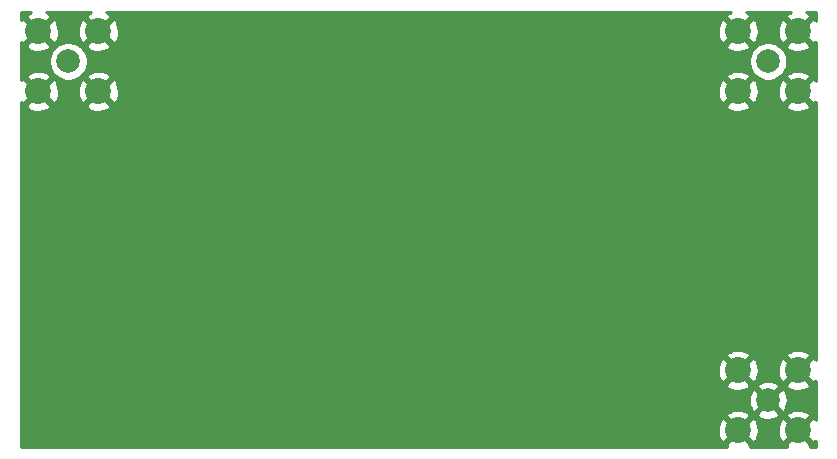
<source format=gbr>
G04 #@! TF.GenerationSoftware,KiCad,Pcbnew,(5.1.5)-3*
G04 #@! TF.CreationDate,2021-08-20T13:05:58+01:00*
G04 #@! TF.ProjectId,Circulator,43697263-756c-4617-946f-722e6b696361,rev?*
G04 #@! TF.SameCoordinates,Original*
G04 #@! TF.FileFunction,Copper,L2,Bot*
G04 #@! TF.FilePolarity,Positive*
%FSLAX46Y46*%
G04 Gerber Fmt 4.6, Leading zero omitted, Abs format (unit mm)*
G04 Created by KiCad (PCBNEW (5.1.5)-3) date 2021-08-20 13:05:58*
%MOMM*%
%LPD*%
G04 APERTURE LIST*
%ADD10C,2.000000*%
%ADD11C,2.200000*%
%ADD12C,0.800000*%
%ADD13C,0.254000*%
G04 APERTURE END LIST*
D10*
X104203500Y-72898000D03*
D11*
X106743500Y-75438000D03*
X106743500Y-70358000D03*
X101663500Y-70358000D03*
X101663500Y-75438000D03*
X160909000Y-75438000D03*
X160909000Y-70358000D03*
X165989000Y-70358000D03*
X165989000Y-75438000D03*
D10*
X163449000Y-72898000D03*
X163449000Y-101600000D03*
D11*
X165989000Y-104140000D03*
X165989000Y-99060000D03*
X160909000Y-99060000D03*
X160909000Y-104140000D03*
D12*
X123761500Y-101854000D03*
X104203500Y-104013000D03*
D13*
G36*
X100942534Y-68770664D02*
G01*
X100744226Y-68876662D01*
X100636393Y-69151288D01*
X101663500Y-70178395D01*
X102690607Y-69151288D01*
X102582774Y-68876662D01*
X102288750Y-68732000D01*
X106136093Y-68732000D01*
X106022534Y-68770664D01*
X105824226Y-68876662D01*
X105716393Y-69151288D01*
X106743500Y-70178395D01*
X107770607Y-69151288D01*
X107662774Y-68876662D01*
X107368750Y-68732000D01*
X160301593Y-68732000D01*
X160188034Y-68770664D01*
X159989726Y-68876662D01*
X159881893Y-69151288D01*
X160909000Y-70178395D01*
X161936107Y-69151288D01*
X161828274Y-68876662D01*
X161534250Y-68732000D01*
X165381593Y-68732000D01*
X165268034Y-68770664D01*
X165069726Y-68876662D01*
X164961893Y-69151288D01*
X165989000Y-70178395D01*
X167016107Y-69151288D01*
X166908274Y-68876662D01*
X166614250Y-68732000D01*
X167488000Y-68732000D01*
X167488000Y-69471769D01*
X167470338Y-69438726D01*
X167195712Y-69330893D01*
X166168605Y-70358000D01*
X167195712Y-71385107D01*
X167470338Y-71277274D01*
X167488000Y-71241376D01*
X167488000Y-74551770D01*
X167470338Y-74518726D01*
X167195712Y-74410893D01*
X166168605Y-75438000D01*
X167195712Y-76465107D01*
X167470338Y-76357274D01*
X167488000Y-76321376D01*
X167488001Y-98173771D01*
X167470338Y-98140726D01*
X167195712Y-98032893D01*
X166168605Y-99060000D01*
X167195712Y-100087107D01*
X167470338Y-99979274D01*
X167488001Y-99943374D01*
X167488001Y-103253771D01*
X167470338Y-103220726D01*
X167195712Y-103112893D01*
X166168605Y-104140000D01*
X167195712Y-105167107D01*
X167470338Y-105059274D01*
X167488001Y-105023374D01*
X167488001Y-105512000D01*
X166951206Y-105512000D01*
X167016107Y-105346712D01*
X165989000Y-104319605D01*
X164961893Y-105346712D01*
X165026794Y-105512000D01*
X161871206Y-105512000D01*
X161936107Y-105346712D01*
X160909000Y-104319605D01*
X159881893Y-105346712D01*
X159946794Y-105512000D01*
X100228000Y-105512000D01*
X100228000Y-104198639D01*
X159166591Y-104198639D01*
X159211511Y-104537439D01*
X159321664Y-104860966D01*
X159427662Y-105059274D01*
X159702288Y-105167107D01*
X160729395Y-104140000D01*
X161088605Y-104140000D01*
X162115712Y-105167107D01*
X162390338Y-105059274D01*
X162541216Y-104752616D01*
X162629369Y-104422415D01*
X162643830Y-104198639D01*
X164246591Y-104198639D01*
X164291511Y-104537439D01*
X164401664Y-104860966D01*
X164507662Y-105059274D01*
X164782288Y-105167107D01*
X165809395Y-104140000D01*
X164782288Y-103112893D01*
X164507662Y-103220726D01*
X164356784Y-103527384D01*
X164268631Y-103857585D01*
X164246591Y-104198639D01*
X162643830Y-104198639D01*
X162651409Y-104081361D01*
X162606489Y-103742561D01*
X162496336Y-103419034D01*
X162390338Y-103220726D01*
X162115712Y-103112893D01*
X161088605Y-104140000D01*
X160729395Y-104140000D01*
X159702288Y-103112893D01*
X159427662Y-103220726D01*
X159276784Y-103527384D01*
X159188631Y-103857585D01*
X159166591Y-104198639D01*
X100228000Y-104198639D01*
X100228000Y-102933288D01*
X159881893Y-102933288D01*
X160909000Y-103960395D01*
X161936107Y-102933288D01*
X161858411Y-102735413D01*
X162493192Y-102735413D01*
X162588956Y-102999814D01*
X162878571Y-103140704D01*
X163190108Y-103222384D01*
X163511595Y-103241718D01*
X163830675Y-103197961D01*
X164135088Y-103092795D01*
X164309044Y-102999814D01*
X164333139Y-102933288D01*
X164961893Y-102933288D01*
X165989000Y-103960395D01*
X167016107Y-102933288D01*
X166908274Y-102658662D01*
X166601616Y-102507784D01*
X166271415Y-102419631D01*
X165930361Y-102397591D01*
X165591561Y-102442511D01*
X165268034Y-102552664D01*
X165069726Y-102658662D01*
X164961893Y-102933288D01*
X164333139Y-102933288D01*
X164404808Y-102735413D01*
X163449000Y-101779605D01*
X162493192Y-102735413D01*
X161858411Y-102735413D01*
X161828274Y-102658662D01*
X161521616Y-102507784D01*
X161191415Y-102419631D01*
X160850361Y-102397591D01*
X160511561Y-102442511D01*
X160188034Y-102552664D01*
X159989726Y-102658662D01*
X159881893Y-102933288D01*
X100228000Y-102933288D01*
X100228000Y-101662595D01*
X161807282Y-101662595D01*
X161851039Y-101981675D01*
X161956205Y-102286088D01*
X162049186Y-102460044D01*
X162313587Y-102555808D01*
X163269395Y-101600000D01*
X163628605Y-101600000D01*
X164584413Y-102555808D01*
X164848814Y-102460044D01*
X164989704Y-102170429D01*
X165071384Y-101858892D01*
X165090718Y-101537405D01*
X165046961Y-101218325D01*
X164941795Y-100913912D01*
X164848814Y-100739956D01*
X164584413Y-100644192D01*
X163628605Y-101600000D01*
X163269395Y-101600000D01*
X162313587Y-100644192D01*
X162049186Y-100739956D01*
X161908296Y-101029571D01*
X161826616Y-101341108D01*
X161807282Y-101662595D01*
X100228000Y-101662595D01*
X100228000Y-100266712D01*
X159881893Y-100266712D01*
X159989726Y-100541338D01*
X160296384Y-100692216D01*
X160626585Y-100780369D01*
X160967639Y-100802409D01*
X161306439Y-100757489D01*
X161629966Y-100647336D01*
X161828274Y-100541338D01*
X161858410Y-100464587D01*
X162493192Y-100464587D01*
X163449000Y-101420395D01*
X164404808Y-100464587D01*
X164333140Y-100266712D01*
X164961893Y-100266712D01*
X165069726Y-100541338D01*
X165376384Y-100692216D01*
X165706585Y-100780369D01*
X166047639Y-100802409D01*
X166386439Y-100757489D01*
X166709966Y-100647336D01*
X166908274Y-100541338D01*
X167016107Y-100266712D01*
X165989000Y-99239605D01*
X164961893Y-100266712D01*
X164333140Y-100266712D01*
X164309044Y-100200186D01*
X164019429Y-100059296D01*
X163707892Y-99977616D01*
X163386405Y-99958282D01*
X163067325Y-100002039D01*
X162762912Y-100107205D01*
X162588956Y-100200186D01*
X162493192Y-100464587D01*
X161858410Y-100464587D01*
X161936107Y-100266712D01*
X160909000Y-99239605D01*
X159881893Y-100266712D01*
X100228000Y-100266712D01*
X100228000Y-99118639D01*
X159166591Y-99118639D01*
X159211511Y-99457439D01*
X159321664Y-99780966D01*
X159427662Y-99979274D01*
X159702288Y-100087107D01*
X160729395Y-99060000D01*
X161088605Y-99060000D01*
X162115712Y-100087107D01*
X162390338Y-99979274D01*
X162541216Y-99672616D01*
X162629369Y-99342415D01*
X162643830Y-99118639D01*
X164246591Y-99118639D01*
X164291511Y-99457439D01*
X164401664Y-99780966D01*
X164507662Y-99979274D01*
X164782288Y-100087107D01*
X165809395Y-99060000D01*
X164782288Y-98032893D01*
X164507662Y-98140726D01*
X164356784Y-98447384D01*
X164268631Y-98777585D01*
X164246591Y-99118639D01*
X162643830Y-99118639D01*
X162651409Y-99001361D01*
X162606489Y-98662561D01*
X162496336Y-98339034D01*
X162390338Y-98140726D01*
X162115712Y-98032893D01*
X161088605Y-99060000D01*
X160729395Y-99060000D01*
X159702288Y-98032893D01*
X159427662Y-98140726D01*
X159276784Y-98447384D01*
X159188631Y-98777585D01*
X159166591Y-99118639D01*
X100228000Y-99118639D01*
X100228000Y-97853288D01*
X159881893Y-97853288D01*
X160909000Y-98880395D01*
X161936107Y-97853288D01*
X164961893Y-97853288D01*
X165989000Y-98880395D01*
X167016107Y-97853288D01*
X166908274Y-97578662D01*
X166601616Y-97427784D01*
X166271415Y-97339631D01*
X165930361Y-97317591D01*
X165591561Y-97362511D01*
X165268034Y-97472664D01*
X165069726Y-97578662D01*
X164961893Y-97853288D01*
X161936107Y-97853288D01*
X161828274Y-97578662D01*
X161521616Y-97427784D01*
X161191415Y-97339631D01*
X160850361Y-97317591D01*
X160511561Y-97362511D01*
X160188034Y-97472664D01*
X159989726Y-97578662D01*
X159881893Y-97853288D01*
X100228000Y-97853288D01*
X100228000Y-76644712D01*
X100636393Y-76644712D01*
X100744226Y-76919338D01*
X101050884Y-77070216D01*
X101381085Y-77158369D01*
X101722139Y-77180409D01*
X102060939Y-77135489D01*
X102384466Y-77025336D01*
X102582774Y-76919338D01*
X102690607Y-76644712D01*
X105716393Y-76644712D01*
X105824226Y-76919338D01*
X106130884Y-77070216D01*
X106461085Y-77158369D01*
X106802139Y-77180409D01*
X107140939Y-77135489D01*
X107464466Y-77025336D01*
X107662774Y-76919338D01*
X107770607Y-76644712D01*
X159881893Y-76644712D01*
X159989726Y-76919338D01*
X160296384Y-77070216D01*
X160626585Y-77158369D01*
X160967639Y-77180409D01*
X161306439Y-77135489D01*
X161629966Y-77025336D01*
X161828274Y-76919338D01*
X161936107Y-76644712D01*
X164961893Y-76644712D01*
X165069726Y-76919338D01*
X165376384Y-77070216D01*
X165706585Y-77158369D01*
X166047639Y-77180409D01*
X166386439Y-77135489D01*
X166709966Y-77025336D01*
X166908274Y-76919338D01*
X167016107Y-76644712D01*
X165989000Y-75617605D01*
X164961893Y-76644712D01*
X161936107Y-76644712D01*
X160909000Y-75617605D01*
X159881893Y-76644712D01*
X107770607Y-76644712D01*
X106743500Y-75617605D01*
X105716393Y-76644712D01*
X102690607Y-76644712D01*
X101663500Y-75617605D01*
X100636393Y-76644712D01*
X100228000Y-76644712D01*
X100228000Y-76375272D01*
X100456788Y-76465107D01*
X101483895Y-75438000D01*
X101843105Y-75438000D01*
X102870212Y-76465107D01*
X103144838Y-76357274D01*
X103295716Y-76050616D01*
X103383869Y-75720415D01*
X103398330Y-75496639D01*
X105001091Y-75496639D01*
X105046011Y-75835439D01*
X105156164Y-76158966D01*
X105262162Y-76357274D01*
X105536788Y-76465107D01*
X106563895Y-75438000D01*
X106923105Y-75438000D01*
X107950212Y-76465107D01*
X108224838Y-76357274D01*
X108375716Y-76050616D01*
X108463869Y-75720415D01*
X108478330Y-75496639D01*
X159166591Y-75496639D01*
X159211511Y-75835439D01*
X159321664Y-76158966D01*
X159427662Y-76357274D01*
X159702288Y-76465107D01*
X160729395Y-75438000D01*
X161088605Y-75438000D01*
X162115712Y-76465107D01*
X162390338Y-76357274D01*
X162541216Y-76050616D01*
X162629369Y-75720415D01*
X162643830Y-75496639D01*
X164246591Y-75496639D01*
X164291511Y-75835439D01*
X164401664Y-76158966D01*
X164507662Y-76357274D01*
X164782288Y-76465107D01*
X165809395Y-75438000D01*
X164782288Y-74410893D01*
X164507662Y-74518726D01*
X164356784Y-74825384D01*
X164268631Y-75155585D01*
X164246591Y-75496639D01*
X162643830Y-75496639D01*
X162651409Y-75379361D01*
X162606489Y-75040561D01*
X162496336Y-74717034D01*
X162390338Y-74518726D01*
X162115712Y-74410893D01*
X161088605Y-75438000D01*
X160729395Y-75438000D01*
X159702288Y-74410893D01*
X159427662Y-74518726D01*
X159276784Y-74825384D01*
X159188631Y-75155585D01*
X159166591Y-75496639D01*
X108478330Y-75496639D01*
X108485909Y-75379361D01*
X108440989Y-75040561D01*
X108330836Y-74717034D01*
X108224838Y-74518726D01*
X107950212Y-74410893D01*
X106923105Y-75438000D01*
X106563895Y-75438000D01*
X105536788Y-74410893D01*
X105262162Y-74518726D01*
X105111284Y-74825384D01*
X105023131Y-75155585D01*
X105001091Y-75496639D01*
X103398330Y-75496639D01*
X103405909Y-75379361D01*
X103360989Y-75040561D01*
X103250836Y-74717034D01*
X103144838Y-74518726D01*
X102870212Y-74410893D01*
X101843105Y-75438000D01*
X101483895Y-75438000D01*
X100456788Y-74410893D01*
X100228000Y-74500728D01*
X100228000Y-74231288D01*
X100636393Y-74231288D01*
X101663500Y-75258395D01*
X102690607Y-74231288D01*
X102582774Y-73956662D01*
X102276116Y-73805784D01*
X101945915Y-73717631D01*
X101604861Y-73695591D01*
X101266061Y-73740511D01*
X100942534Y-73850664D01*
X100744226Y-73956662D01*
X100636393Y-74231288D01*
X100228000Y-74231288D01*
X100228000Y-72736967D01*
X102568500Y-72736967D01*
X102568500Y-73059033D01*
X102631332Y-73374912D01*
X102754582Y-73672463D01*
X102933513Y-73940252D01*
X103161248Y-74167987D01*
X103429037Y-74346918D01*
X103726588Y-74470168D01*
X104042467Y-74533000D01*
X104364533Y-74533000D01*
X104680412Y-74470168D01*
X104977963Y-74346918D01*
X105151015Y-74231288D01*
X105716393Y-74231288D01*
X106743500Y-75258395D01*
X107770607Y-74231288D01*
X159881893Y-74231288D01*
X160909000Y-75258395D01*
X161936107Y-74231288D01*
X161828274Y-73956662D01*
X161521616Y-73805784D01*
X161191415Y-73717631D01*
X160850361Y-73695591D01*
X160511561Y-73740511D01*
X160188034Y-73850664D01*
X159989726Y-73956662D01*
X159881893Y-74231288D01*
X107770607Y-74231288D01*
X107662774Y-73956662D01*
X107356116Y-73805784D01*
X107025915Y-73717631D01*
X106684861Y-73695591D01*
X106346061Y-73740511D01*
X106022534Y-73850664D01*
X105824226Y-73956662D01*
X105716393Y-74231288D01*
X105151015Y-74231288D01*
X105245752Y-74167987D01*
X105473487Y-73940252D01*
X105652418Y-73672463D01*
X105775668Y-73374912D01*
X105838500Y-73059033D01*
X105838500Y-72736967D01*
X161814000Y-72736967D01*
X161814000Y-73059033D01*
X161876832Y-73374912D01*
X162000082Y-73672463D01*
X162179013Y-73940252D01*
X162406748Y-74167987D01*
X162674537Y-74346918D01*
X162972088Y-74470168D01*
X163287967Y-74533000D01*
X163610033Y-74533000D01*
X163925912Y-74470168D01*
X164223463Y-74346918D01*
X164396515Y-74231288D01*
X164961893Y-74231288D01*
X165989000Y-75258395D01*
X167016107Y-74231288D01*
X166908274Y-73956662D01*
X166601616Y-73805784D01*
X166271415Y-73717631D01*
X165930361Y-73695591D01*
X165591561Y-73740511D01*
X165268034Y-73850664D01*
X165069726Y-73956662D01*
X164961893Y-74231288D01*
X164396515Y-74231288D01*
X164491252Y-74167987D01*
X164718987Y-73940252D01*
X164897918Y-73672463D01*
X165021168Y-73374912D01*
X165084000Y-73059033D01*
X165084000Y-72736967D01*
X165021168Y-72421088D01*
X164897918Y-72123537D01*
X164718987Y-71855748D01*
X164491252Y-71628013D01*
X164396516Y-71564712D01*
X164961893Y-71564712D01*
X165069726Y-71839338D01*
X165376384Y-71990216D01*
X165706585Y-72078369D01*
X166047639Y-72100409D01*
X166386439Y-72055489D01*
X166709966Y-71945336D01*
X166908274Y-71839338D01*
X167016107Y-71564712D01*
X165989000Y-70537605D01*
X164961893Y-71564712D01*
X164396516Y-71564712D01*
X164223463Y-71449082D01*
X163925912Y-71325832D01*
X163610033Y-71263000D01*
X163287967Y-71263000D01*
X162972088Y-71325832D01*
X162674537Y-71449082D01*
X162406748Y-71628013D01*
X162179013Y-71855748D01*
X162000082Y-72123537D01*
X161876832Y-72421088D01*
X161814000Y-72736967D01*
X105838500Y-72736967D01*
X105775668Y-72421088D01*
X105652418Y-72123537D01*
X105473487Y-71855748D01*
X105245752Y-71628013D01*
X105151016Y-71564712D01*
X105716393Y-71564712D01*
X105824226Y-71839338D01*
X106130884Y-71990216D01*
X106461085Y-72078369D01*
X106802139Y-72100409D01*
X107140939Y-72055489D01*
X107464466Y-71945336D01*
X107662774Y-71839338D01*
X107770607Y-71564712D01*
X159881893Y-71564712D01*
X159989726Y-71839338D01*
X160296384Y-71990216D01*
X160626585Y-72078369D01*
X160967639Y-72100409D01*
X161306439Y-72055489D01*
X161629966Y-71945336D01*
X161828274Y-71839338D01*
X161936107Y-71564712D01*
X160909000Y-70537605D01*
X159881893Y-71564712D01*
X107770607Y-71564712D01*
X106743500Y-70537605D01*
X105716393Y-71564712D01*
X105151016Y-71564712D01*
X104977963Y-71449082D01*
X104680412Y-71325832D01*
X104364533Y-71263000D01*
X104042467Y-71263000D01*
X103726588Y-71325832D01*
X103429037Y-71449082D01*
X103161248Y-71628013D01*
X102933513Y-71855748D01*
X102754582Y-72123537D01*
X102631332Y-72421088D01*
X102568500Y-72736967D01*
X100228000Y-72736967D01*
X100228000Y-71564712D01*
X100636393Y-71564712D01*
X100744226Y-71839338D01*
X101050884Y-71990216D01*
X101381085Y-72078369D01*
X101722139Y-72100409D01*
X102060939Y-72055489D01*
X102384466Y-71945336D01*
X102582774Y-71839338D01*
X102690607Y-71564712D01*
X101663500Y-70537605D01*
X100636393Y-71564712D01*
X100228000Y-71564712D01*
X100228000Y-71295272D01*
X100456788Y-71385107D01*
X101483895Y-70358000D01*
X101843105Y-70358000D01*
X102870212Y-71385107D01*
X103144838Y-71277274D01*
X103295716Y-70970616D01*
X103383869Y-70640415D01*
X103398330Y-70416639D01*
X105001091Y-70416639D01*
X105046011Y-70755439D01*
X105156164Y-71078966D01*
X105262162Y-71277274D01*
X105536788Y-71385107D01*
X106563895Y-70358000D01*
X106923105Y-70358000D01*
X107950212Y-71385107D01*
X108224838Y-71277274D01*
X108375716Y-70970616D01*
X108463869Y-70640415D01*
X108478330Y-70416639D01*
X159166591Y-70416639D01*
X159211511Y-70755439D01*
X159321664Y-71078966D01*
X159427662Y-71277274D01*
X159702288Y-71385107D01*
X160729395Y-70358000D01*
X161088605Y-70358000D01*
X162115712Y-71385107D01*
X162390338Y-71277274D01*
X162541216Y-70970616D01*
X162629369Y-70640415D01*
X162643830Y-70416639D01*
X164246591Y-70416639D01*
X164291511Y-70755439D01*
X164401664Y-71078966D01*
X164507662Y-71277274D01*
X164782288Y-71385107D01*
X165809395Y-70358000D01*
X164782288Y-69330893D01*
X164507662Y-69438726D01*
X164356784Y-69745384D01*
X164268631Y-70075585D01*
X164246591Y-70416639D01*
X162643830Y-70416639D01*
X162651409Y-70299361D01*
X162606489Y-69960561D01*
X162496336Y-69637034D01*
X162390338Y-69438726D01*
X162115712Y-69330893D01*
X161088605Y-70358000D01*
X160729395Y-70358000D01*
X159702288Y-69330893D01*
X159427662Y-69438726D01*
X159276784Y-69745384D01*
X159188631Y-70075585D01*
X159166591Y-70416639D01*
X108478330Y-70416639D01*
X108485909Y-70299361D01*
X108440989Y-69960561D01*
X108330836Y-69637034D01*
X108224838Y-69438726D01*
X107950212Y-69330893D01*
X106923105Y-70358000D01*
X106563895Y-70358000D01*
X105536788Y-69330893D01*
X105262162Y-69438726D01*
X105111284Y-69745384D01*
X105023131Y-70075585D01*
X105001091Y-70416639D01*
X103398330Y-70416639D01*
X103405909Y-70299361D01*
X103360989Y-69960561D01*
X103250836Y-69637034D01*
X103144838Y-69438726D01*
X102870212Y-69330893D01*
X101843105Y-70358000D01*
X101483895Y-70358000D01*
X100456788Y-69330893D01*
X100228000Y-69420728D01*
X100228000Y-68732000D01*
X101056093Y-68732000D01*
X100942534Y-68770664D01*
G37*
X100942534Y-68770664D02*
X100744226Y-68876662D01*
X100636393Y-69151288D01*
X101663500Y-70178395D01*
X102690607Y-69151288D01*
X102582774Y-68876662D01*
X102288750Y-68732000D01*
X106136093Y-68732000D01*
X106022534Y-68770664D01*
X105824226Y-68876662D01*
X105716393Y-69151288D01*
X106743500Y-70178395D01*
X107770607Y-69151288D01*
X107662774Y-68876662D01*
X107368750Y-68732000D01*
X160301593Y-68732000D01*
X160188034Y-68770664D01*
X159989726Y-68876662D01*
X159881893Y-69151288D01*
X160909000Y-70178395D01*
X161936107Y-69151288D01*
X161828274Y-68876662D01*
X161534250Y-68732000D01*
X165381593Y-68732000D01*
X165268034Y-68770664D01*
X165069726Y-68876662D01*
X164961893Y-69151288D01*
X165989000Y-70178395D01*
X167016107Y-69151288D01*
X166908274Y-68876662D01*
X166614250Y-68732000D01*
X167488000Y-68732000D01*
X167488000Y-69471769D01*
X167470338Y-69438726D01*
X167195712Y-69330893D01*
X166168605Y-70358000D01*
X167195712Y-71385107D01*
X167470338Y-71277274D01*
X167488000Y-71241376D01*
X167488000Y-74551770D01*
X167470338Y-74518726D01*
X167195712Y-74410893D01*
X166168605Y-75438000D01*
X167195712Y-76465107D01*
X167470338Y-76357274D01*
X167488000Y-76321376D01*
X167488001Y-98173771D01*
X167470338Y-98140726D01*
X167195712Y-98032893D01*
X166168605Y-99060000D01*
X167195712Y-100087107D01*
X167470338Y-99979274D01*
X167488001Y-99943374D01*
X167488001Y-103253771D01*
X167470338Y-103220726D01*
X167195712Y-103112893D01*
X166168605Y-104140000D01*
X167195712Y-105167107D01*
X167470338Y-105059274D01*
X167488001Y-105023374D01*
X167488001Y-105512000D01*
X166951206Y-105512000D01*
X167016107Y-105346712D01*
X165989000Y-104319605D01*
X164961893Y-105346712D01*
X165026794Y-105512000D01*
X161871206Y-105512000D01*
X161936107Y-105346712D01*
X160909000Y-104319605D01*
X159881893Y-105346712D01*
X159946794Y-105512000D01*
X100228000Y-105512000D01*
X100228000Y-104198639D01*
X159166591Y-104198639D01*
X159211511Y-104537439D01*
X159321664Y-104860966D01*
X159427662Y-105059274D01*
X159702288Y-105167107D01*
X160729395Y-104140000D01*
X161088605Y-104140000D01*
X162115712Y-105167107D01*
X162390338Y-105059274D01*
X162541216Y-104752616D01*
X162629369Y-104422415D01*
X162643830Y-104198639D01*
X164246591Y-104198639D01*
X164291511Y-104537439D01*
X164401664Y-104860966D01*
X164507662Y-105059274D01*
X164782288Y-105167107D01*
X165809395Y-104140000D01*
X164782288Y-103112893D01*
X164507662Y-103220726D01*
X164356784Y-103527384D01*
X164268631Y-103857585D01*
X164246591Y-104198639D01*
X162643830Y-104198639D01*
X162651409Y-104081361D01*
X162606489Y-103742561D01*
X162496336Y-103419034D01*
X162390338Y-103220726D01*
X162115712Y-103112893D01*
X161088605Y-104140000D01*
X160729395Y-104140000D01*
X159702288Y-103112893D01*
X159427662Y-103220726D01*
X159276784Y-103527384D01*
X159188631Y-103857585D01*
X159166591Y-104198639D01*
X100228000Y-104198639D01*
X100228000Y-102933288D01*
X159881893Y-102933288D01*
X160909000Y-103960395D01*
X161936107Y-102933288D01*
X161858411Y-102735413D01*
X162493192Y-102735413D01*
X162588956Y-102999814D01*
X162878571Y-103140704D01*
X163190108Y-103222384D01*
X163511595Y-103241718D01*
X163830675Y-103197961D01*
X164135088Y-103092795D01*
X164309044Y-102999814D01*
X164333139Y-102933288D01*
X164961893Y-102933288D01*
X165989000Y-103960395D01*
X167016107Y-102933288D01*
X166908274Y-102658662D01*
X166601616Y-102507784D01*
X166271415Y-102419631D01*
X165930361Y-102397591D01*
X165591561Y-102442511D01*
X165268034Y-102552664D01*
X165069726Y-102658662D01*
X164961893Y-102933288D01*
X164333139Y-102933288D01*
X164404808Y-102735413D01*
X163449000Y-101779605D01*
X162493192Y-102735413D01*
X161858411Y-102735413D01*
X161828274Y-102658662D01*
X161521616Y-102507784D01*
X161191415Y-102419631D01*
X160850361Y-102397591D01*
X160511561Y-102442511D01*
X160188034Y-102552664D01*
X159989726Y-102658662D01*
X159881893Y-102933288D01*
X100228000Y-102933288D01*
X100228000Y-101662595D01*
X161807282Y-101662595D01*
X161851039Y-101981675D01*
X161956205Y-102286088D01*
X162049186Y-102460044D01*
X162313587Y-102555808D01*
X163269395Y-101600000D01*
X163628605Y-101600000D01*
X164584413Y-102555808D01*
X164848814Y-102460044D01*
X164989704Y-102170429D01*
X165071384Y-101858892D01*
X165090718Y-101537405D01*
X165046961Y-101218325D01*
X164941795Y-100913912D01*
X164848814Y-100739956D01*
X164584413Y-100644192D01*
X163628605Y-101600000D01*
X163269395Y-101600000D01*
X162313587Y-100644192D01*
X162049186Y-100739956D01*
X161908296Y-101029571D01*
X161826616Y-101341108D01*
X161807282Y-101662595D01*
X100228000Y-101662595D01*
X100228000Y-100266712D01*
X159881893Y-100266712D01*
X159989726Y-100541338D01*
X160296384Y-100692216D01*
X160626585Y-100780369D01*
X160967639Y-100802409D01*
X161306439Y-100757489D01*
X161629966Y-100647336D01*
X161828274Y-100541338D01*
X161858410Y-100464587D01*
X162493192Y-100464587D01*
X163449000Y-101420395D01*
X164404808Y-100464587D01*
X164333140Y-100266712D01*
X164961893Y-100266712D01*
X165069726Y-100541338D01*
X165376384Y-100692216D01*
X165706585Y-100780369D01*
X166047639Y-100802409D01*
X166386439Y-100757489D01*
X166709966Y-100647336D01*
X166908274Y-100541338D01*
X167016107Y-100266712D01*
X165989000Y-99239605D01*
X164961893Y-100266712D01*
X164333140Y-100266712D01*
X164309044Y-100200186D01*
X164019429Y-100059296D01*
X163707892Y-99977616D01*
X163386405Y-99958282D01*
X163067325Y-100002039D01*
X162762912Y-100107205D01*
X162588956Y-100200186D01*
X162493192Y-100464587D01*
X161858410Y-100464587D01*
X161936107Y-100266712D01*
X160909000Y-99239605D01*
X159881893Y-100266712D01*
X100228000Y-100266712D01*
X100228000Y-99118639D01*
X159166591Y-99118639D01*
X159211511Y-99457439D01*
X159321664Y-99780966D01*
X159427662Y-99979274D01*
X159702288Y-100087107D01*
X160729395Y-99060000D01*
X161088605Y-99060000D01*
X162115712Y-100087107D01*
X162390338Y-99979274D01*
X162541216Y-99672616D01*
X162629369Y-99342415D01*
X162643830Y-99118639D01*
X164246591Y-99118639D01*
X164291511Y-99457439D01*
X164401664Y-99780966D01*
X164507662Y-99979274D01*
X164782288Y-100087107D01*
X165809395Y-99060000D01*
X164782288Y-98032893D01*
X164507662Y-98140726D01*
X164356784Y-98447384D01*
X164268631Y-98777585D01*
X164246591Y-99118639D01*
X162643830Y-99118639D01*
X162651409Y-99001361D01*
X162606489Y-98662561D01*
X162496336Y-98339034D01*
X162390338Y-98140726D01*
X162115712Y-98032893D01*
X161088605Y-99060000D01*
X160729395Y-99060000D01*
X159702288Y-98032893D01*
X159427662Y-98140726D01*
X159276784Y-98447384D01*
X159188631Y-98777585D01*
X159166591Y-99118639D01*
X100228000Y-99118639D01*
X100228000Y-97853288D01*
X159881893Y-97853288D01*
X160909000Y-98880395D01*
X161936107Y-97853288D01*
X164961893Y-97853288D01*
X165989000Y-98880395D01*
X167016107Y-97853288D01*
X166908274Y-97578662D01*
X166601616Y-97427784D01*
X166271415Y-97339631D01*
X165930361Y-97317591D01*
X165591561Y-97362511D01*
X165268034Y-97472664D01*
X165069726Y-97578662D01*
X164961893Y-97853288D01*
X161936107Y-97853288D01*
X161828274Y-97578662D01*
X161521616Y-97427784D01*
X161191415Y-97339631D01*
X160850361Y-97317591D01*
X160511561Y-97362511D01*
X160188034Y-97472664D01*
X159989726Y-97578662D01*
X159881893Y-97853288D01*
X100228000Y-97853288D01*
X100228000Y-76644712D01*
X100636393Y-76644712D01*
X100744226Y-76919338D01*
X101050884Y-77070216D01*
X101381085Y-77158369D01*
X101722139Y-77180409D01*
X102060939Y-77135489D01*
X102384466Y-77025336D01*
X102582774Y-76919338D01*
X102690607Y-76644712D01*
X105716393Y-76644712D01*
X105824226Y-76919338D01*
X106130884Y-77070216D01*
X106461085Y-77158369D01*
X106802139Y-77180409D01*
X107140939Y-77135489D01*
X107464466Y-77025336D01*
X107662774Y-76919338D01*
X107770607Y-76644712D01*
X159881893Y-76644712D01*
X159989726Y-76919338D01*
X160296384Y-77070216D01*
X160626585Y-77158369D01*
X160967639Y-77180409D01*
X161306439Y-77135489D01*
X161629966Y-77025336D01*
X161828274Y-76919338D01*
X161936107Y-76644712D01*
X164961893Y-76644712D01*
X165069726Y-76919338D01*
X165376384Y-77070216D01*
X165706585Y-77158369D01*
X166047639Y-77180409D01*
X166386439Y-77135489D01*
X166709966Y-77025336D01*
X166908274Y-76919338D01*
X167016107Y-76644712D01*
X165989000Y-75617605D01*
X164961893Y-76644712D01*
X161936107Y-76644712D01*
X160909000Y-75617605D01*
X159881893Y-76644712D01*
X107770607Y-76644712D01*
X106743500Y-75617605D01*
X105716393Y-76644712D01*
X102690607Y-76644712D01*
X101663500Y-75617605D01*
X100636393Y-76644712D01*
X100228000Y-76644712D01*
X100228000Y-76375272D01*
X100456788Y-76465107D01*
X101483895Y-75438000D01*
X101843105Y-75438000D01*
X102870212Y-76465107D01*
X103144838Y-76357274D01*
X103295716Y-76050616D01*
X103383869Y-75720415D01*
X103398330Y-75496639D01*
X105001091Y-75496639D01*
X105046011Y-75835439D01*
X105156164Y-76158966D01*
X105262162Y-76357274D01*
X105536788Y-76465107D01*
X106563895Y-75438000D01*
X106923105Y-75438000D01*
X107950212Y-76465107D01*
X108224838Y-76357274D01*
X108375716Y-76050616D01*
X108463869Y-75720415D01*
X108478330Y-75496639D01*
X159166591Y-75496639D01*
X159211511Y-75835439D01*
X159321664Y-76158966D01*
X159427662Y-76357274D01*
X159702288Y-76465107D01*
X160729395Y-75438000D01*
X161088605Y-75438000D01*
X162115712Y-76465107D01*
X162390338Y-76357274D01*
X162541216Y-76050616D01*
X162629369Y-75720415D01*
X162643830Y-75496639D01*
X164246591Y-75496639D01*
X164291511Y-75835439D01*
X164401664Y-76158966D01*
X164507662Y-76357274D01*
X164782288Y-76465107D01*
X165809395Y-75438000D01*
X164782288Y-74410893D01*
X164507662Y-74518726D01*
X164356784Y-74825384D01*
X164268631Y-75155585D01*
X164246591Y-75496639D01*
X162643830Y-75496639D01*
X162651409Y-75379361D01*
X162606489Y-75040561D01*
X162496336Y-74717034D01*
X162390338Y-74518726D01*
X162115712Y-74410893D01*
X161088605Y-75438000D01*
X160729395Y-75438000D01*
X159702288Y-74410893D01*
X159427662Y-74518726D01*
X159276784Y-74825384D01*
X159188631Y-75155585D01*
X159166591Y-75496639D01*
X108478330Y-75496639D01*
X108485909Y-75379361D01*
X108440989Y-75040561D01*
X108330836Y-74717034D01*
X108224838Y-74518726D01*
X107950212Y-74410893D01*
X106923105Y-75438000D01*
X106563895Y-75438000D01*
X105536788Y-74410893D01*
X105262162Y-74518726D01*
X105111284Y-74825384D01*
X105023131Y-75155585D01*
X105001091Y-75496639D01*
X103398330Y-75496639D01*
X103405909Y-75379361D01*
X103360989Y-75040561D01*
X103250836Y-74717034D01*
X103144838Y-74518726D01*
X102870212Y-74410893D01*
X101843105Y-75438000D01*
X101483895Y-75438000D01*
X100456788Y-74410893D01*
X100228000Y-74500728D01*
X100228000Y-74231288D01*
X100636393Y-74231288D01*
X101663500Y-75258395D01*
X102690607Y-74231288D01*
X102582774Y-73956662D01*
X102276116Y-73805784D01*
X101945915Y-73717631D01*
X101604861Y-73695591D01*
X101266061Y-73740511D01*
X100942534Y-73850664D01*
X100744226Y-73956662D01*
X100636393Y-74231288D01*
X100228000Y-74231288D01*
X100228000Y-72736967D01*
X102568500Y-72736967D01*
X102568500Y-73059033D01*
X102631332Y-73374912D01*
X102754582Y-73672463D01*
X102933513Y-73940252D01*
X103161248Y-74167987D01*
X103429037Y-74346918D01*
X103726588Y-74470168D01*
X104042467Y-74533000D01*
X104364533Y-74533000D01*
X104680412Y-74470168D01*
X104977963Y-74346918D01*
X105151015Y-74231288D01*
X105716393Y-74231288D01*
X106743500Y-75258395D01*
X107770607Y-74231288D01*
X159881893Y-74231288D01*
X160909000Y-75258395D01*
X161936107Y-74231288D01*
X161828274Y-73956662D01*
X161521616Y-73805784D01*
X161191415Y-73717631D01*
X160850361Y-73695591D01*
X160511561Y-73740511D01*
X160188034Y-73850664D01*
X159989726Y-73956662D01*
X159881893Y-74231288D01*
X107770607Y-74231288D01*
X107662774Y-73956662D01*
X107356116Y-73805784D01*
X107025915Y-73717631D01*
X106684861Y-73695591D01*
X106346061Y-73740511D01*
X106022534Y-73850664D01*
X105824226Y-73956662D01*
X105716393Y-74231288D01*
X105151015Y-74231288D01*
X105245752Y-74167987D01*
X105473487Y-73940252D01*
X105652418Y-73672463D01*
X105775668Y-73374912D01*
X105838500Y-73059033D01*
X105838500Y-72736967D01*
X161814000Y-72736967D01*
X161814000Y-73059033D01*
X161876832Y-73374912D01*
X162000082Y-73672463D01*
X162179013Y-73940252D01*
X162406748Y-74167987D01*
X162674537Y-74346918D01*
X162972088Y-74470168D01*
X163287967Y-74533000D01*
X163610033Y-74533000D01*
X163925912Y-74470168D01*
X164223463Y-74346918D01*
X164396515Y-74231288D01*
X164961893Y-74231288D01*
X165989000Y-75258395D01*
X167016107Y-74231288D01*
X166908274Y-73956662D01*
X166601616Y-73805784D01*
X166271415Y-73717631D01*
X165930361Y-73695591D01*
X165591561Y-73740511D01*
X165268034Y-73850664D01*
X165069726Y-73956662D01*
X164961893Y-74231288D01*
X164396515Y-74231288D01*
X164491252Y-74167987D01*
X164718987Y-73940252D01*
X164897918Y-73672463D01*
X165021168Y-73374912D01*
X165084000Y-73059033D01*
X165084000Y-72736967D01*
X165021168Y-72421088D01*
X164897918Y-72123537D01*
X164718987Y-71855748D01*
X164491252Y-71628013D01*
X164396516Y-71564712D01*
X164961893Y-71564712D01*
X165069726Y-71839338D01*
X165376384Y-71990216D01*
X165706585Y-72078369D01*
X166047639Y-72100409D01*
X166386439Y-72055489D01*
X166709966Y-71945336D01*
X166908274Y-71839338D01*
X167016107Y-71564712D01*
X165989000Y-70537605D01*
X164961893Y-71564712D01*
X164396516Y-71564712D01*
X164223463Y-71449082D01*
X163925912Y-71325832D01*
X163610033Y-71263000D01*
X163287967Y-71263000D01*
X162972088Y-71325832D01*
X162674537Y-71449082D01*
X162406748Y-71628013D01*
X162179013Y-71855748D01*
X162000082Y-72123537D01*
X161876832Y-72421088D01*
X161814000Y-72736967D01*
X105838500Y-72736967D01*
X105775668Y-72421088D01*
X105652418Y-72123537D01*
X105473487Y-71855748D01*
X105245752Y-71628013D01*
X105151016Y-71564712D01*
X105716393Y-71564712D01*
X105824226Y-71839338D01*
X106130884Y-71990216D01*
X106461085Y-72078369D01*
X106802139Y-72100409D01*
X107140939Y-72055489D01*
X107464466Y-71945336D01*
X107662774Y-71839338D01*
X107770607Y-71564712D01*
X159881893Y-71564712D01*
X159989726Y-71839338D01*
X160296384Y-71990216D01*
X160626585Y-72078369D01*
X160967639Y-72100409D01*
X161306439Y-72055489D01*
X161629966Y-71945336D01*
X161828274Y-71839338D01*
X161936107Y-71564712D01*
X160909000Y-70537605D01*
X159881893Y-71564712D01*
X107770607Y-71564712D01*
X106743500Y-70537605D01*
X105716393Y-71564712D01*
X105151016Y-71564712D01*
X104977963Y-71449082D01*
X104680412Y-71325832D01*
X104364533Y-71263000D01*
X104042467Y-71263000D01*
X103726588Y-71325832D01*
X103429037Y-71449082D01*
X103161248Y-71628013D01*
X102933513Y-71855748D01*
X102754582Y-72123537D01*
X102631332Y-72421088D01*
X102568500Y-72736967D01*
X100228000Y-72736967D01*
X100228000Y-71564712D01*
X100636393Y-71564712D01*
X100744226Y-71839338D01*
X101050884Y-71990216D01*
X101381085Y-72078369D01*
X101722139Y-72100409D01*
X102060939Y-72055489D01*
X102384466Y-71945336D01*
X102582774Y-71839338D01*
X102690607Y-71564712D01*
X101663500Y-70537605D01*
X100636393Y-71564712D01*
X100228000Y-71564712D01*
X100228000Y-71295272D01*
X100456788Y-71385107D01*
X101483895Y-70358000D01*
X101843105Y-70358000D01*
X102870212Y-71385107D01*
X103144838Y-71277274D01*
X103295716Y-70970616D01*
X103383869Y-70640415D01*
X103398330Y-70416639D01*
X105001091Y-70416639D01*
X105046011Y-70755439D01*
X105156164Y-71078966D01*
X105262162Y-71277274D01*
X105536788Y-71385107D01*
X106563895Y-70358000D01*
X106923105Y-70358000D01*
X107950212Y-71385107D01*
X108224838Y-71277274D01*
X108375716Y-70970616D01*
X108463869Y-70640415D01*
X108478330Y-70416639D01*
X159166591Y-70416639D01*
X159211511Y-70755439D01*
X159321664Y-71078966D01*
X159427662Y-71277274D01*
X159702288Y-71385107D01*
X160729395Y-70358000D01*
X161088605Y-70358000D01*
X162115712Y-71385107D01*
X162390338Y-71277274D01*
X162541216Y-70970616D01*
X162629369Y-70640415D01*
X162643830Y-70416639D01*
X164246591Y-70416639D01*
X164291511Y-70755439D01*
X164401664Y-71078966D01*
X164507662Y-71277274D01*
X164782288Y-71385107D01*
X165809395Y-70358000D01*
X164782288Y-69330893D01*
X164507662Y-69438726D01*
X164356784Y-69745384D01*
X164268631Y-70075585D01*
X164246591Y-70416639D01*
X162643830Y-70416639D01*
X162651409Y-70299361D01*
X162606489Y-69960561D01*
X162496336Y-69637034D01*
X162390338Y-69438726D01*
X162115712Y-69330893D01*
X161088605Y-70358000D01*
X160729395Y-70358000D01*
X159702288Y-69330893D01*
X159427662Y-69438726D01*
X159276784Y-69745384D01*
X159188631Y-70075585D01*
X159166591Y-70416639D01*
X108478330Y-70416639D01*
X108485909Y-70299361D01*
X108440989Y-69960561D01*
X108330836Y-69637034D01*
X108224838Y-69438726D01*
X107950212Y-69330893D01*
X106923105Y-70358000D01*
X106563895Y-70358000D01*
X105536788Y-69330893D01*
X105262162Y-69438726D01*
X105111284Y-69745384D01*
X105023131Y-70075585D01*
X105001091Y-70416639D01*
X103398330Y-70416639D01*
X103405909Y-70299361D01*
X103360989Y-69960561D01*
X103250836Y-69637034D01*
X103144838Y-69438726D01*
X102870212Y-69330893D01*
X101843105Y-70358000D01*
X101483895Y-70358000D01*
X100456788Y-69330893D01*
X100228000Y-69420728D01*
X100228000Y-68732000D01*
X101056093Y-68732000D01*
X100942534Y-68770664D01*
M02*

</source>
